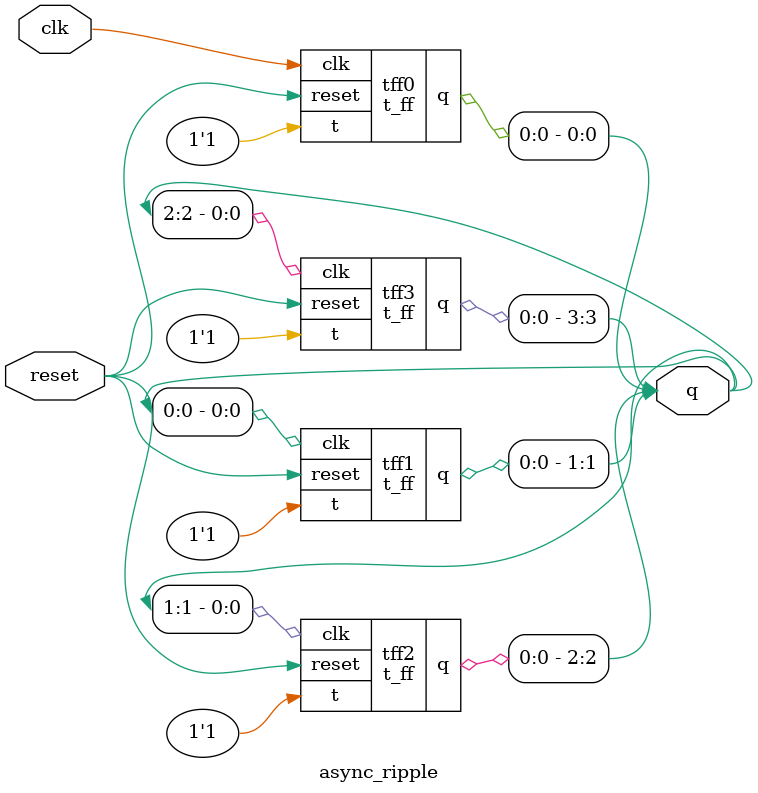
<source format=v>
`timescale 1ns/1ps
module d_ff (
    input clk, reset, d,
    output reg q);

always @(posedge clk or posedge reset) begin
        if (reset)
                q <= 1'b0;
        else
                q <= d;
    end
endmodule

//T Flipflop
module t_ff (
    input clk, reset, t,
    output q );
    wire d;
    assign d = t ^ q;
// D = T XOR Q (toggle logic)
d_ff dff_inst ( .clk(clk), .reset(reset), .d(d), .q(q));
endmodule

//Asyncronous Counter Module
module async_ripple (
    input clk, reset,
    output [3:0] q );

    // Stage 0 toggles every clock
t_ff tff0 (.clk(clk), .reset(reset), .t(1'b1), .q(q[0]));

    // Stage 1 toggles when q[0] rises
t_ff tff1 (.clk(q[0]), .reset(reset), .t(1'b1), .q(q[1]));

    // Stage 2 toggles when q[1] rises
 t_ff tff2 (.clk(q[1]),.reset(reset),.t(1'b1), .q(q[2]));

    // Stage 3 toggles when q[2] rises
 t_ff tff3 (.clk(q[2]), .reset(reset), .t(1'b1), .q(q[3]));
endmodule

</source>
